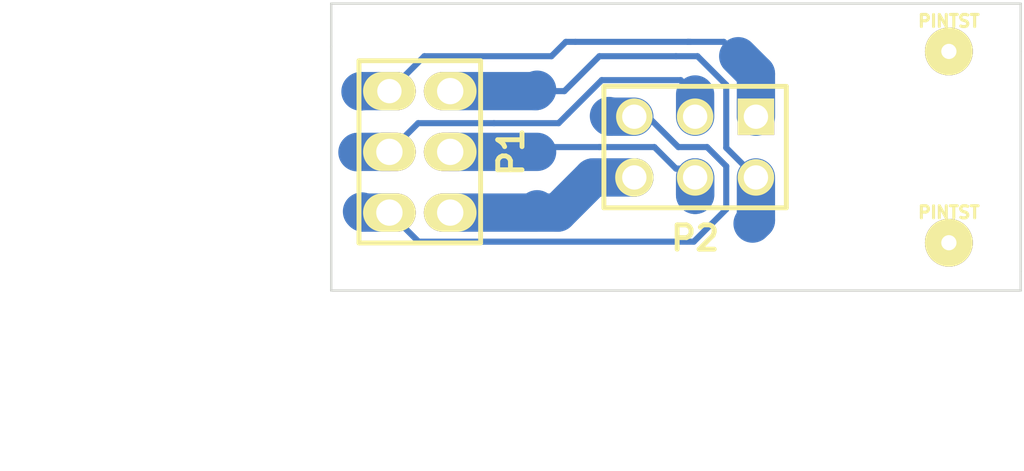
<source format=kicad_pcb>
(kicad_pcb (version 4) (host pcbnew 4.0.2-stable)

  (general
    (links 7)
    (no_connects 1)
    (area 15.600001 38.93244 121.850001 60.7)
    (thickness 1.6)
    (drawings 9)
    (tracks 64)
    (zones 0)
    (modules 4)
    (nets 8)
  )

  (page User 148.006 105.004)
  (title_block
    (title pogo)
    (rev 1)
  )

  (layers
    (0 F.Cu signal)
    (31 B.Cu signal)
    (32 B.Adhes user)
    (33 F.Adhes user)
    (34 B.Paste user)
    (35 F.Paste user)
    (36 B.SilkS user)
    (37 F.SilkS user)
    (38 B.Mask user)
    (39 F.Mask user)
    (40 Dwgs.User user)
    (41 Cmts.User user)
    (42 Eco1.User user)
    (43 Eco2.User user)
    (44 Edge.Cuts user)
  )

  (setup
    (last_trace_width 0.254)
    (user_trace_width 1.6)
    (trace_clearance 0.254)
    (zone_clearance 0.508)
    (zone_45_only no)
    (trace_min 0.254)
    (segment_width 0.2)
    (edge_width 0.1)
    (via_size 0.889)
    (via_drill 0.635)
    (via_min_size 0.889)
    (via_min_drill 0.508)
    (uvia_size 0.508)
    (uvia_drill 0.127)
    (uvias_allowed no)
    (uvia_min_size 0.508)
    (uvia_min_drill 0.127)
    (pcb_text_width 0.3)
    (pcb_text_size 1.5 1.5)
    (mod_edge_width 0.15)
    (mod_text_size 1 1)
    (mod_text_width 0.15)
    (pad_size 2 2)
    (pad_drill 0.635)
    (pad_to_mask_clearance 0)
    (aux_axis_origin 0 0)
    (visible_elements 7FFFFFFF)
    (pcbplotparams
      (layerselection 0x00030_80000001)
      (usegerberextensions true)
      (excludeedgelayer true)
      (linewidth 0.150000)
      (plotframeref false)
      (viasonmask false)
      (mode 1)
      (useauxorigin false)
      (hpglpennumber 1)
      (hpglpenspeed 20)
      (hpglpendiameter 15)
      (hpglpenoverlay 2)
      (psnegative false)
      (psa4output false)
      (plotreference true)
      (plotvalue true)
      (plotinvisibletext false)
      (padsonsilk false)
      (subtractmaskfromsilk false)
      (outputformat 1)
      (mirror false)
      (drillshape 1)
      (scaleselection 1)
      (outputdirectory ""))
  )

  (net 0 "")
  (net 1 +5V)
  (net 2 GND)
  (net 3 Miso)
  (net 4 Mosi)
  (net 5 N-000161)
  (net 6 Res)
  (net 7 Sck)

  (net_class Default "This is the default net class."
    (clearance 0.254)
    (trace_width 0.254)
    (via_dia 0.889)
    (via_drill 0.635)
    (uvia_dia 0.508)
    (uvia_drill 0.127)
    (add_net +5V)
    (add_net GND)
    (add_net Miso)
    (add_net Mosi)
    (add_net N-000161)
    (add_net Res)
    (add_net Sck)
  )

  (module pin_array_3x2 (layer F.Cu) (tedit 571BA3D2) (tstamp 571BA1A6)
    (at 67 36.9 270)
    (descr "Double rangee de contacts 2 x 4 pins")
    (tags CONN)
    (path /571BA043)
    (fp_text reference P1 (at 0 -3.81 270) (layer F.SilkS)
      (effects (font (size 1.016 1.016) (thickness 0.2032)))
    )
    (fp_text value Isp (at 0 3.81 270) (layer F.SilkS) hide
      (effects (font (size 1.016 1.016) (thickness 0.2032)))
    )
    (fp_line (start 3.81 2.54) (end -3.81 2.54) (layer F.SilkS) (width 0.2032))
    (fp_line (start -3.81 -2.54) (end 3.81 -2.54) (layer F.SilkS) (width 0.2032))
    (fp_line (start 3.81 -2.54) (end 3.81 2.54) (layer F.SilkS) (width 0.2032))
    (fp_line (start -3.81 2.54) (end -3.81 -2.54) (layer F.SilkS) (width 0.2032))
    (pad 1 thru_hole oval (at -2.54 1.27 270) (size 1.6 2.2) (drill 1.016) (layers *.Cu *.Mask F.SilkS)
      (net 3 Miso))
    (pad 2 thru_hole oval (at -2.54 -1.27 270) (size 1.6 2.2) (drill 1.1) (layers *.Cu *.Mask F.SilkS)
      (net 1 +5V))
    (pad 3 thru_hole oval (at 0 1.27 270) (size 1.6 2.2) (drill 1.1) (layers *.Cu *.Mask F.SilkS)
      (net 7 Sck))
    (pad 4 thru_hole oval (at 0 -1.27 270) (size 1.6 2.2) (drill 1.1) (layers *.Cu *.Mask F.SilkS)
      (net 4 Mosi))
    (pad 5 thru_hole oval (at 2.54 1.27 270) (size 1.6 2.2) (drill 1.1) (layers *.Cu *.Mask F.SilkS)
      (net 6 Res))
    (pad 6 thru_hole oval (at 2.54 -1.27 270) (size 1.6 2.2) (drill 1.1) (layers *.Cu *.Mask F.SilkS)
      (net 2 GND))
    (model pin_array/pins_array_3x2.wrl
      (at (xyz 0 0 0))
      (scale (xyz 1 1 1))
      (rotate (xyz 0 0 0))
    )
  )

  (module pin_array_3x2 (layer F.Cu) (tedit 571BA59A) (tstamp 571BA1B4)
    (at 78.5 36.7 180)
    (descr "Double rangee de contacts 2 x 4 pins")
    (tags CONN)
    (path /571BA052)
    (fp_text reference P2 (at 0 -3.81 180) (layer F.SilkS)
      (effects (font (size 1.016 1.016) (thickness 0.2032)))
    )
    (fp_text value Pogo (at 0 3.81 180) (layer F.SilkS) hide
      (effects (font (size 1.016 1.016) (thickness 0.2032)))
    )
    (fp_line (start 3.81 2.54) (end -3.81 2.54) (layer F.SilkS) (width 0.2032))
    (fp_line (start -3.81 -2.54) (end 3.81 -2.54) (layer F.SilkS) (width 0.2032))
    (fp_line (start 3.81 -2.54) (end 3.81 2.54) (layer F.SilkS) (width 0.2032))
    (fp_line (start -3.81 2.54) (end -3.81 -2.54) (layer F.SilkS) (width 0.2032))
    (pad 1 thru_hole rect (at -2.54 1.27 180) (size 1.524 1.524) (drill 1.016) (layers *.Cu *.Mask F.SilkS)
      (net 3 Miso))
    (pad 2 thru_hole circle (at -2.54 -1.27 180) (size 1.524 1.524) (drill 1.016) (layers *.Cu *.Mask F.SilkS)
      (net 1 +5V))
    (pad 3 thru_hole circle (at 0 1.27 180) (size 1.524 1.524) (drill 1.016) (layers *.Cu *.Mask F.SilkS)
      (net 7 Sck))
    (pad 4 thru_hole circle (at 0 -1.27 180) (size 1.524 1.524) (drill 1.016) (layers *.Cu *.Mask F.SilkS)
      (net 4 Mosi))
    (pad 5 thru_hole circle (at 2.54 1.27 180) (size 1.524 1.524) (drill 1.016) (layers *.Cu *.Mask F.SilkS)
      (net 6 Res))
    (pad 6 thru_hole circle (at 2.54 -1.27 180) (size 1.6 1.6) (drill 1.016) (layers *.Cu *.Mask F.SilkS)
      (net 2 GND))
    (model pin_array/pins_array_3x2.wrl
      (at (xyz 0 0 0))
      (scale (xyz 1 1 1))
      (rotate (xyz 0 0 0))
    )
  )

  (module PINTST (layer F.Cu) (tedit 571BA7CD) (tstamp 571CBE92)
    (at 89.1 32.7)
    (descr "module 1 pin (ou trou mecanique de percage)")
    (tags DEV)
    (fp_text reference PINTST (at 0 -1.26746) (layer F.SilkS)
      (effects (font (size 0.508 0.508) (thickness 0.127)))
    )
    (fp_text value Val* (at 0 1.27) (layer F.SilkS) hide
      (effects (font (size 0.508 0.508) (thickness 0.127)))
    )
    (fp_circle (center 0 0) (end -0.254 -0.762) (layer F.SilkS) (width 0.127))
    (pad 1 thru_hole circle (at 0 0) (size 2 2) (drill 0.635) (layers *.Cu *.Mask F.SilkS)
      (net 5 N-000161))
    (model pin_array/pin_array_1x1.wrl
      (at (xyz 0 0 0))
      (scale (xyz 1 1 1))
      (rotate (xyz 0 0 0))
    )
  )

  (module PINTST (layer F.Cu) (tedit 571BA7F3) (tstamp 571CBEA6)
    (at 89.1 40.7)
    (descr "module 1 pin (ou trou mecanique de percage)")
    (tags DEV)
    (fp_text reference PINTST (at 0 -1.26746) (layer F.SilkS)
      (effects (font (size 0.508 0.508) (thickness 0.127)))
    )
    (fp_text value Val* (at 0 1.27) (layer F.SilkS) hide
      (effects (font (size 0.508 0.508) (thickness 0.127)))
    )
    (fp_circle (center 0 0) (end -0.254 -0.762) (layer F.SilkS) (width 0.127))
    (pad 1 thru_hole circle (at 0 0) (size 2 2) (drill 0.635) (layers *.Cu *.Mask F.SilkS)
      (net 5 N-000161))
    (model pin_array/pin_array_1x1.wrl
      (at (xyz 0 0 0))
      (scale (xyz 1 1 1))
      (rotate (xyz 0 0 0))
    )
  )

  (dimension 12 (width 0.3) (layer Dwgs.User)
    (gr_text "12,000 mm" (at 55.75 36.7 90) (layer Dwgs.User)
      (effects (font (size 1.5 1.5) (thickness 0.3)))
    )
    (feature1 (pts (xy 63.1 30.7) (xy 54.4 30.7)))
    (feature2 (pts (xy 63.1 42.7) (xy 54.4 42.7)))
    (crossbar (pts (xy 57.1 42.7) (xy 57.1 30.7)))
    (arrow1a (pts (xy 57.1 30.7) (xy 57.68642 31.826503)))
    (arrow1b (pts (xy 57.1 30.7) (xy 56.51358 31.826503)))
    (arrow2a (pts (xy 57.1 42.7) (xy 57.68642 41.573497)))
    (arrow2b (pts (xy 57.1 42.7) (xy 56.51358 41.573497)))
  )
  (dimension 28.8 (width 0.3) (layer Dwgs.User)
    (gr_text "28,800 mm" (at 77.7 50.849999) (layer Dwgs.User)
      (effects (font (size 1.5 1.5) (thickness 0.3)))
    )
    (feature1 (pts (xy 92.1 42.9) (xy 92.1 52.199999)))
    (feature2 (pts (xy 63.3 42.9) (xy 63.3 52.199999)))
    (crossbar (pts (xy 63.3 49.499999) (xy 92.1 49.499999)))
    (arrow1a (pts (xy 92.1 49.499999) (xy 90.973497 50.086419)))
    (arrow1b (pts (xy 92.1 49.499999) (xy 90.973497 48.913579)))
    (arrow2a (pts (xy 63.3 49.499999) (xy 64.426503 50.086419)))
    (arrow2b (pts (xy 63.3 49.499999) (xy 64.426503 48.913579)))
  )
  (gr_line (start 63.3 30.7) (end 63.3 32.5) (angle 90) (layer Edge.Cuts) (width 0.1))
  (gr_line (start 92.1 30.7) (end 63.3 30.7) (angle 90) (layer Edge.Cuts) (width 0.1))
  (gr_line (start 92.1 32.7) (end 92.1 30.7) (angle 90) (layer Edge.Cuts) (width 0.1))
  (gr_line (start 63.3 42.7) (end 63.3 32.5) (angle 90) (layer Edge.Cuts) (width 0.1))
  (gr_line (start 92.1 42.7) (end 63.3 42.7) (angle 90) (layer Edge.Cuts) (width 0.1))
  (gr_line (start 92.1 41.9) (end 92.1 42.7) (angle 90) (layer Edge.Cuts) (width 0.1))
  (gr_line (start 92.1 32.7) (end 92.1 41.9) (angle 90) (layer Edge.Cuts) (width 0.1))

  (segment (start 77.7 32.9) (end 78.6 32.9) (width 0.254) (layer B.Cu) (net 1))
  (segment (start 77.7 32.9) (end 74.5 32.9) (width 0.254) (layer B.Cu) (net 1) (tstamp 571BA460))
  (segment (start 73.04 34.36) (end 74.5 32.9) (width 0.254) (layer B.Cu) (net 1) (tstamp 571BA515))
  (segment (start 71.84 34.36) (end 73.04 34.36) (width 0.254) (layer B.Cu) (net 1))
  (segment (start 79.8 36.73) (end 81.04 37.97) (width 0.254) (layer B.Cu) (net 1) (tstamp 571BA643))
  (segment (start 79.8 34.1) (end 79.8 36.73) (width 0.254) (layer B.Cu) (net 1) (tstamp 571BA63B))
  (segment (start 78.6 32.9) (end 79.8 34.1) (width 0.254) (layer B.Cu) (net 1) (tstamp 571BA636))
  (segment (start 81.04 37.97) (end 81.04 39.76) (width 1.6) (layer B.Cu) (net 1))
  (segment (start 81.04 39.76) (end 80.9 39.9) (width 1.6) (layer B.Cu) (net 1) (tstamp 571BA5E6))
  (segment (start 68.27 34.36) (end 71.84 34.36) (width 1.6) (layer B.Cu) (net 1))
  (segment (start 71.84 34.36) (end 71.9 34.3) (width 1.6) (layer B.Cu) (net 1) (tstamp 571BA508))
  (segment (start 81.04 37.64) (end 81.04 37.97) (width 0.254) (layer B.Cu) (net 1) (tstamp 571BA490))
  (segment (start 75.96 37.97) (end 74.23 37.97) (width 1.6) (layer B.Cu) (net 2))
  (segment (start 72.76 39.44) (end 71.76 39.44) (width 1.6) (layer B.Cu) (net 2) (tstamp 571BA5B9))
  (segment (start 74.23 37.97) (end 72.76 39.44) (width 1.6) (layer B.Cu) (net 2) (tstamp 571BA5B3))
  (segment (start 68.27 39.44) (end 71.76 39.44) (width 1.6) (layer B.Cu) (net 2))
  (segment (start 71.76 39.44) (end 71.9 39.3) (width 1.6) (layer B.Cu) (net 2) (tstamp 571BA528))
  (segment (start 75.96 37.97) (end 75.96 38.04) (width 0.254) (layer B.Cu) (net 2))
  (segment (start 65.73 34.36) (end 64.5395 34.36) (width 1.6) (layer B.Cu) (net 3))
  (segment (start 64.5395 34.36) (end 64.522 34.3775) (width 1.6) (layer B.Cu) (net 3) (tstamp 571BA701))
  (segment (start 78.2 32.3) (end 79.7 32.3) (width 0.254) (layer B.Cu) (net 3))
  (segment (start 79.7 32.3) (end 81.04 33.64) (width 0.254) (layer B.Cu) (net 3) (tstamp 571BA632))
  (segment (start 81.04 35.43) (end 81.04 33.64) (width 1.6) (layer B.Cu) (net 3))
  (segment (start 81.04 33.64) (end 80.3 32.9) (width 1.6) (layer B.Cu) (net 3) (tstamp 571BA5D7))
  (segment (start 73.5 32.3) (end 73.1 32.3) (width 0.254) (layer B.Cu) (net 3))
  (segment (start 72.5 32.9) (end 67.19 32.9) (width 0.254) (layer B.Cu) (net 3) (tstamp 571BA559))
  (segment (start 73.1 32.3) (end 72.5 32.9) (width 0.254) (layer B.Cu) (net 3) (tstamp 571BA558))
  (segment (start 78.3 32.3) (end 78.2 32.3) (width 0.254) (layer B.Cu) (net 3) (tstamp 571BA456))
  (segment (start 78.2 32.3) (end 73.5 32.3) (width 0.254) (layer B.Cu) (net 3) (tstamp 571BA630))
  (segment (start 81.04 35.43) (end 81.04 35.04) (width 0.254) (layer B.Cu) (net 3))
  (segment (start 67.19 32.9) (end 65.73 34.36) (width 0.254) (layer B.Cu) (net 3) (tstamp 571BA55C))
  (segment (start 76.8 36.7) (end 77.7 37.6) (width 0.254) (layer B.Cu) (net 4))
  (segment (start 78.13 37.6) (end 78.5 37.97) (width 0.254) (layer B.Cu) (net 4) (tstamp 571BA681))
  (segment (start 77.7 37.6) (end 78.13 37.6) (width 0.254) (layer B.Cu) (net 4) (tstamp 571BA680))
  (segment (start 76.8 36.7) (end 74.5 36.7) (width 0.254) (layer B.Cu) (net 4) (tstamp 571BA67E))
  (segment (start 68.47 36.7) (end 68.27 36.9) (width 0.254) (layer B.Cu) (net 4) (tstamp 571BA4C5))
  (segment (start 74.5 36.7) (end 68.47 36.7) (width 0.254) (layer B.Cu) (net 4))
  (segment (start 78.5 37.97) (end 78.5 38.7) (width 1.6) (layer B.Cu) (net 4))
  (segment (start 78.5 38.7) (end 78.5 37.97) (width 1.6) (layer B.Cu) (net 4) (tstamp 571BA5CF))
  (segment (start 68.27 36.9) (end 71.9 36.9) (width 1.6) (layer B.Cu) (net 4))
  (segment (start 65.73 39.44) (end 64.6315 39.44) (width 1.6) (layer B.Cu) (net 6))
  (segment (start 64.6315 39.44) (end 64.5855 39.394) (width 1.6) (layer B.Cu) (net 6) (tstamp 571BA711))
  (segment (start 78.145 40.655) (end 78.445 40.655) (width 0.254) (layer B.Cu) (net 6))
  (segment (start 65.73 39.44) (end 66.945 40.655) (width 0.254) (layer B.Cu) (net 6) (tstamp 571BA55F))
  (segment (start 66.945 40.655) (end 78.145 40.655) (width 0.254) (layer B.Cu) (net 6))
  (segment (start 76.53 35.43) (end 75.96 35.43) (width 0.254) (layer B.Cu) (net 6) (tstamp 571BA697))
  (segment (start 77.8 36.7) (end 76.53 35.43) (width 0.254) (layer B.Cu) (net 6) (tstamp 571BA692))
  (segment (start 79 36.7) (end 77.8 36.7) (width 0.254) (layer B.Cu) (net 6) (tstamp 571BA690))
  (segment (start 79.8 37.5) (end 79 36.7) (width 0.254) (layer B.Cu) (net 6) (tstamp 571BA68E))
  (segment (start 79.8 39.3) (end 79.8 37.5) (width 0.254) (layer B.Cu) (net 6) (tstamp 571BA688))
  (segment (start 78.445 40.655) (end 79.8 39.3) (width 0.254) (layer B.Cu) (net 6) (tstamp 571BA685))
  (segment (start 75.96 35.43) (end 74.93 35.43) (width 1.6) (layer B.Cu) (net 6))
  (segment (start 74.93 35.43) (end 74.9 35.4) (width 1.6) (layer B.Cu) (net 6) (tstamp 571BA60B))
  (segment (start 70.1 35.7) (end 72.8 35.7) (width 0.254) (layer B.Cu) (net 7))
  (segment (start 70.1 35.7) (end 66.93 35.7) (width 0.254) (layer B.Cu) (net 7) (tstamp 571BA440))
  (segment (start 65.73 36.9) (end 66.93 35.7) (width 0.254) (layer B.Cu) (net 7) (tstamp 571BA442))
  (segment (start 73.2 35.3) (end 74.6 33.9) (width 0.254) (layer B.Cu) (net 7) (tstamp 571BA61E))
  (segment (start 74.6 33.9) (end 77.9 33.9) (width 0.254) (layer B.Cu) (net 7) (tstamp 571BA621))
  (segment (start 77.9 33.9) (end 78.5 34.5) (width 0.254) (layer B.Cu) (net 7) (tstamp 571BA625))
  (segment (start 78.5 34.5) (end 78.5 35.43) (width 1.6) (layer B.Cu) (net 7))
  (segment (start 72.8 35.7) (end 73.2 35.3) (width 0.254) (layer B.Cu) (net 7) (tstamp 571BA735))
  (segment (start 65.73 36.9) (end 64.4125 36.9) (width 1.6) (layer B.Cu) (net 7))
  (segment (start 64.4125 36.9) (end 64.395 36.9175) (width 1.6) (layer B.Cu) (net 7) (tstamp 571BA70B))
  (segment (start 78.5 35.43) (end 78.43 35.43) (width 0.254) (layer B.Cu) (net 7))

)

</source>
